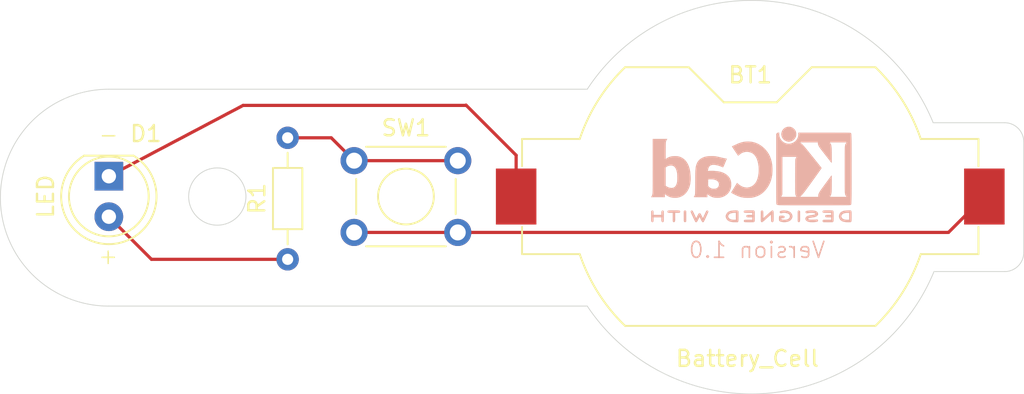
<source format=kicad_pcb>
(kicad_pcb (version 20241229) (generator "pcbnew") (generator_version "9.0")
  (title_block (title "KiCad LED Key") (date "2025-11-23") (rev "1") (company "Ziegen Ludwig"))
  (layers (0 "F.Cu" signal) (2 "B.Cu" signal) (13 "F.Paste" user) (15 "B.Paste" user) (5 "F.SilkS" user "F.Silkscreen") (7 "B.SilkS" user "B.Silkscreen") (1 "F.Mask" user) (3 "B.Mask" user) (25 "Edge.Cuts" user))
  (net 0 "")
  (net 1 "/LED_cathode")
  (net 2 "/bat_pos")
  (net 3 "/LED_anode")
  (net 4 "Net-(SW1A-A)")
  (footprint "Battery:BatteryHolder_Keystone_1058_1x2032" (layer "F.Cu") (at 175.82 100.33 180)
    (property "Reference" "BT1" (at 0 7.62 0) (layer "F.SilkS"))
    (property "Value" "Battery_Cell" (at 0.179 -10.16 0) (layer "F.SilkS"))
    (pad "1" smd rect (at -14.68 0 180) (size 2.54 3.51) (layers "F.Cu" "F.Mask" "F.Paste") (net 2 "/bat_pos"))
    (pad "2" smd rect (at 14.68 0 180) (size 2.54 3.51) (layers "F.Cu" "F.Mask" "F.Paste") (net 1 "/LED_cathode"))
  )
  (footprint "Resistor_THT:R_Axial_DIN0204_L3.6mm_D1.6mm_P7.62mm_Horizontal" (layer "F.Cu") (at 146.812 104.267 90)
    (property "Reference" "R1" (at 3.81 -1.92 90) (layer "F.SilkS"))
    (property "Value" "R_US")
    (pad "1" thru_hole circle (at 0 0 90) (size 1.4 1.4) (drill 0.7) (layers "*.Cu" "*.Mask") (net 3 "/LED_anode"))
    (pad "2" thru_hole circle (at 7.62 0 90) (size 1.4 1.4) (drill 0.7) (layers "*.Cu" "*.Mask") (net 4 "Net-(SW1A-A)"))
  )
  (footprint "LED_THT:LED_D5.0mm" (layer "F.Cu") (at 135.6 99.055 -90)
    (property "Reference" "D1" (at -2.662 -2.322 0) (layer "F.SilkS"))
    (property "Value" "LED" (at 1.27 3.96 90) (layer "F.SilkS"))
    (pad "1" thru_hole rect (at 0 0 270) (size 1.8 1.8) (drill 0.9) (layers "*.Cu" "*.Mask") (net 1 "/LED_cathode"))
    (pad "2" thru_hole circle (at 2.54 0 270) (size 1.8 1.8) (drill 0.9) (layers "*.Cu" "*.Mask") (net 3 "/LED_anode"))
  )
  (footprint "Button_Switch_THT:SW_TH_Tactile_Omron_B3F-100x" (layer "F.Cu") (at 150.98 98.08)
    (property "Reference" "SW1" (at 3.25 -2.05 0) (layer "F.SilkS"))
    (property "Value" "SW_DPST_x2")
    (pad "1" thru_hole circle (at 0 0) (size 1.7 1.7) (drill 1) (layers "*.Cu" "*.Mask") (net 4 "Net-(SW1A-A)"))
    (pad "1" thru_hole circle (at 6.5 0) (size 1.7 1.7) (drill 1) (layers "*.Cu" "*.Mask") (net 4 "Net-(SW1A-A)"))
    (pad "2" thru_hole circle (at 0 4.5) (size 1.7 1.7) (drill 1) (layers "*.Cu" "*.Mask") (net 2 "/bat_pos"))
    (pad "2" thru_hole circle (at 6.5 4.5) (size 1.7 1.7) (drill 1) (layers "*.Cu" "*.Mask") (net 2 "/bat_pos"))
  )
  (footprint "Symbol:KiCad-Logo2_5mm_SilkScreen" (layer "B.Cu") (at 175.895 98.933 180)
    (property "Reference" "REF**" (hide yes))
    (property "Value" "KiCad-Logo2_5mm_SilkScreen" (hide yes))
  )
  (gr_line (start 135.6 99.055) (end 144.018 94.615) (stroke (width 0.2)) (layer "F.Cu") (net 1))
  (gr_arc (start 191.77 95.700717) (mid 192.618728 96.052272) (end 192.970283 96.901) (stroke (width 0.05)) (layer "Edge.Cuts"))
  (gr_arc (start 192.970283 103.835764) (mid 192.618728 104.684492) (end 191.77 105.036047) (stroke (width 0.05)) (layer "Edge.Cuts"))
  (gr_circle (center 142.4 100.33) (end 143.67 99.06) (stroke (width 0.05)) (fill no) (layer "Edge.Cuts"))
  (gr_line (start 187.290159 95.700717) (end 191.77 95.700717) (stroke (width 0.05)) (layer "Edge.Cuts"))
  (gr_line (start 135.6 107.2) (end 165.6 107.2) (stroke (width 0.05)) (layer "Edge.Cuts"))
  (gr_arc (start 165.6 93.6) (mid 177.080681 88.087693) (end 187.290159 95.700717) (stroke (width 0.05)) (layer "Edge.Cuts"))
  (gr_arc (start 135.6 107.2) (mid 128.8 100.4) (end 135.6 93.6) (stroke (width 0.05)) (layer "Edge.Cuts"))
  (gr_line (start 135.6 93.6) (end 165.6 93.6) (stroke (width 0.05)) (layer "Edge.Cuts"))
  (gr_line (start 187.342139 105.036047) (end 191.77 105.036047) (stroke (width 0.05)) (layer "Edge.Cuts"))
  (gr_line (start 192.970283 96.901) (end 192.970283 103.835764) (stroke (width 0.05)) (layer "Edge.Cuts"))
  (gr_arc (start 187.342141 105.036047) (mid 177.120777 112.6459) (end 165.6 107.2) (stroke (width 0.05)) (layer "Edge.Cuts"))
  (gr_text "+" (at 134.874 104.648 0) (layer "F.SilkS") (effects (font (size 1 1) (thickness 0.1)) (justify left bottom)))
  (gr_text "-" (at 136.271 96.012 180) (layer "F.SilkS") (effects (font (size 1 1) (thickness 0.1)) (justify left bottom)))
  (gr_text "Version 1.0" (at 180.594 104.267 0) (layer "B.SilkS") (effects (font (size 1 1) (thickness 0.1)) (justify left bottom mirror)))
  (segment (start 144.018 94.615) (end 157.985 94.615) (width 0.2) (layer "F.Cu") (net 1))
  (segment (start 161.14 97.74) (end 161.14 100.33) (width 0.2) (layer "F.Cu") (net 1))
  (segment (start 158 94.6) (end 161.14 97.74) (width 0.2) (layer "F.Cu") (net 1))
  (segment (start 157.985 94.615) (end 158 94.6) (width 0.2) (layer "F.Cu") (net 1))
  (segment (start 188.25 102.58) (end 190.5 100.33) (width 0.2) (layer "F.Cu") (net 2))
  (segment (start 150.98 102.58) (end 157.48 102.58) (width 0.2) (layer "F.Cu") (net 2))
  (segment (start 157.48 102.58) (end 188.25 102.58) (width 0.2) (layer "F.Cu") (net 2))
  (segment (start 138.272 104.267) (end 146.812 104.267) (width 0.2) (layer "F.Cu") (net 3))
  (segment (start 135.6 101.595) (end 138.272 104.267) (width 0.2) (layer "F.Cu") (net 3))
  (segment (start 149.547 96.647) (end 150.98 98.08) (width 0.2) (layer "F.Cu") (net 4))
  (segment (start 150.98 98.08) (end 157.48 98.08) (width 0.2) (layer "F.Cu") (net 4))
  (segment (start 146.812 96.647) (end 149.547 96.647) (width 0.2) (layer "F.Cu") (net 4))
)
</source>
